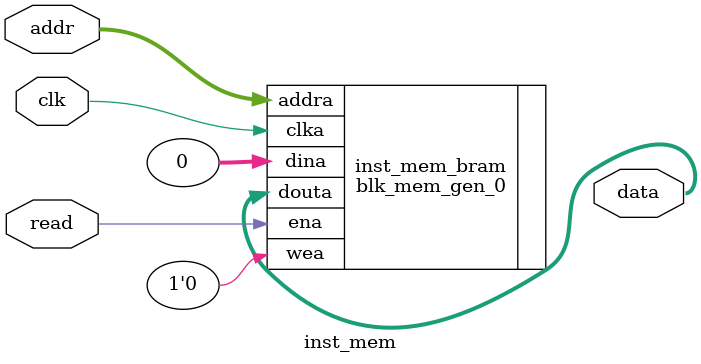
<source format=v>
module inst_mem #(parameter WIDTH=32)(
    input  clk,
    input read,
    input [WIDTH-1:0] addr,  
    output  [WIDTH-1:0] data
);
    blk_mem_gen_0 inst_mem_bram (
        .clka(clk),
        .addra(addr),
        .dina(32'd0),
        .douta(data),
        .ena(read),  
        .wea(1'b0)
    );
endmodule
</source>
